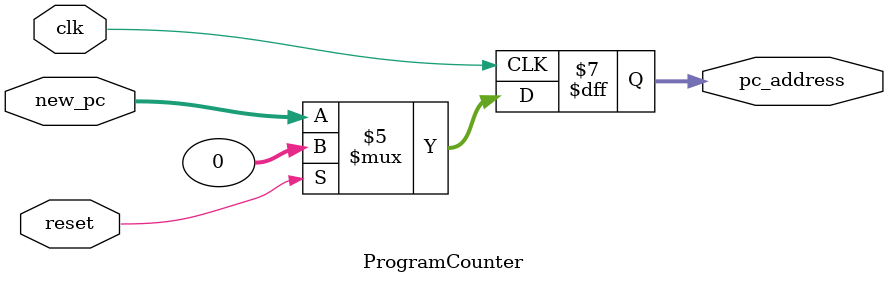
<source format=v>
module ProgramCounter(
  input wire clk,
  input wire reset,
  input wire [31:0] new_pc,
  output reg [31:0] pc_address
);

  initial begin
    pc_address <= 32'h0000_0000;
  end

  always @(posedge clk) begin
    if (reset == 1) begin
      pc_address <= 32'h0000_0000;
    end 
    else begin
      pc_address <= new_pc;
    end
  end

endmodule

</source>
